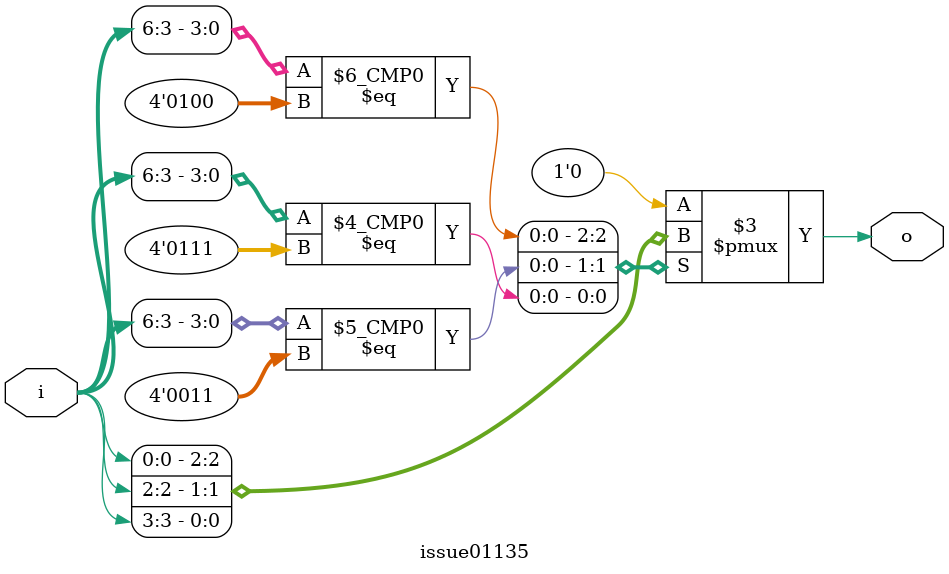
<source format=v>
module pmux2shiftx_test (
	input [2:0] S1,
	input [5:0] S2,
	input [1:0] S3,
	input [9:0] A, B, C, D, D, E, F, G, H,
	input [9:0] I, J, K, L, M, N, O, P, Q,
	output reg [9:0] X
);
	always @* begin
		case (S1)
			3'd 0: X = A;
			3'd 1: X = B;
			3'd 2: X = C;
			3'd 3: X = D;
			3'd 4: X = E;
			3'd 5: X = F;
			3'd 6: X = G;
			3'd 7: X = H;
		endcase
		case (S2)
			6'd 45: X = I;
			6'd 47: X = J;
			6'd 49: X = K;
			6'd 55: X = L;
			6'd 57: X = M;
			6'd 59: X = N;
		endcase
		case (S3)
			2'd 1: X = O;
			2'd 2: X = P;
			2'd 3: X = Q;
		endcase
	end
endmodule

module issue01135(input [7:0] i, output reg o);
always @*
case (i[6:3])
    4: o <= i[0];
    3: o <= i[2];
    7: o <= i[3];
    default: o <= 1'b0;
endcase
endmodule

</source>
